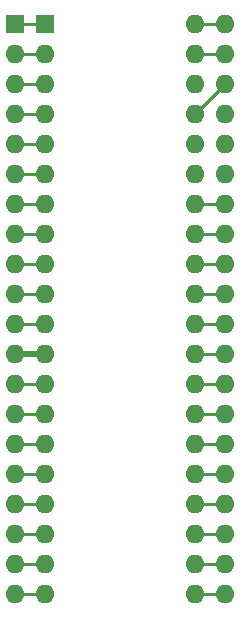
<source format=gbr>
%TF.GenerationSoftware,KiCad,Pcbnew,(6.0.1-0)*%
%TF.CreationDate,2022-02-15T12:12:09-07:00*%
%TF.ProjectId,TMS9118-9128,544d5339-3131-4382-9d39-3132382e6b69,rev?*%
%TF.SameCoordinates,Original*%
%TF.FileFunction,Copper,L1,Top*%
%TF.FilePolarity,Positive*%
%FSLAX46Y46*%
G04 Gerber Fmt 4.6, Leading zero omitted, Abs format (unit mm)*
G04 Created by KiCad (PCBNEW (6.0.1-0)) date 2022-02-15 12:12:09*
%MOMM*%
%LPD*%
G01*
G04 APERTURE LIST*
%TA.AperFunction,ComponentPad*%
%ADD10R,1.600000X1.600000*%
%TD*%
%TA.AperFunction,ComponentPad*%
%ADD11O,1.600000X1.600000*%
%TD*%
%TA.AperFunction,Conductor*%
%ADD12C,0.250000*%
%TD*%
%TA.AperFunction,Conductor*%
%ADD13C,0.500000*%
%TD*%
G04 APERTURE END LIST*
D10*
%TO.P,BOARD SIDE,1*%
%TO.N,N/C*%
X124460000Y-66040000D03*
D11*
%TO.P,BOARD SIDE,2*%
X124460000Y-68580000D03*
%TO.P,BOARD SIDE,3*%
X124460000Y-71120000D03*
%TO.P,BOARD SIDE,4*%
X124460000Y-73660000D03*
%TO.P,BOARD SIDE,5*%
X124460000Y-76200000D03*
%TO.P,BOARD SIDE,6*%
X124460000Y-78740000D03*
%TO.P,BOARD SIDE,7*%
X124460000Y-81280000D03*
%TO.P,BOARD SIDE,8*%
X124460000Y-83820000D03*
%TO.P,BOARD SIDE,9*%
X124460000Y-86360000D03*
%TO.P,BOARD SIDE,10*%
X124460000Y-88900000D03*
%TO.P,BOARD SIDE,11*%
X124460000Y-91440000D03*
%TO.P,BOARD SIDE,12*%
X124460000Y-93980000D03*
%TO.P,BOARD SIDE,13*%
X124460000Y-96520000D03*
%TO.P,BOARD SIDE,14*%
X124460000Y-99060000D03*
%TO.P,BOARD SIDE,15*%
X124460000Y-101600000D03*
%TO.P,BOARD SIDE,16*%
X124460000Y-104140000D03*
%TO.P,BOARD SIDE,17*%
X124460000Y-106680000D03*
%TO.P,BOARD SIDE,18*%
X124460000Y-109220000D03*
%TO.P,BOARD SIDE,19*%
X124460000Y-111760000D03*
%TO.P,BOARD SIDE,20*%
X124460000Y-114300000D03*
%TO.P,BOARD SIDE,21*%
X139700000Y-114300000D03*
%TO.P,BOARD SIDE,22*%
X139700000Y-111760000D03*
%TO.P,BOARD SIDE,23*%
X139700000Y-109220000D03*
%TO.P,BOARD SIDE,24*%
X139700000Y-106680000D03*
%TO.P,BOARD SIDE,25*%
X139700000Y-104140000D03*
%TO.P,BOARD SIDE,26*%
X139700000Y-101600000D03*
%TO.P,BOARD SIDE,27*%
X139700000Y-99060000D03*
%TO.P,BOARD SIDE,28*%
X139700000Y-96520000D03*
%TO.P,BOARD SIDE,29*%
X139700000Y-93980000D03*
%TO.P,BOARD SIDE,30*%
X139700000Y-91440000D03*
%TO.P,BOARD SIDE,31*%
X139700000Y-88900000D03*
%TO.P,BOARD SIDE,32*%
X139700000Y-86360000D03*
%TO.P,BOARD SIDE,33*%
X139700000Y-83820000D03*
%TO.P,BOARD SIDE,34*%
X139700000Y-81280000D03*
%TO.P,BOARD SIDE,35*%
X139700000Y-78740000D03*
%TO.P,BOARD SIDE,36*%
X139700000Y-76200000D03*
%TO.P,BOARD SIDE,37*%
X139700000Y-73660000D03*
%TO.P,BOARD SIDE,38*%
X139700000Y-71120000D03*
%TO.P,BOARD SIDE,39*%
X139700000Y-68580000D03*
%TO.P,BOARD SIDE,40*%
X139700000Y-66040000D03*
%TD*%
D10*
%TO.P,TMS9128,1*%
%TO.N,N/C*%
X121920000Y-66040000D03*
D11*
%TO.P,TMS9128,2*%
X121920000Y-68580000D03*
%TO.P,TMS9128,3*%
X121920000Y-71120000D03*
%TO.P,TMS9128,4*%
X121920000Y-73660000D03*
%TO.P,TMS9128,5*%
X121920000Y-76200000D03*
%TO.P,TMS9128,6*%
X121920000Y-78740000D03*
%TO.P,TMS9128,7*%
X121920000Y-81280000D03*
%TO.P,TMS9128,8*%
X121920000Y-83820000D03*
%TO.P,TMS9128,9*%
X121920000Y-86360000D03*
%TO.P,TMS9128,10*%
X121920000Y-88900000D03*
%TO.P,TMS9128,11*%
X121920000Y-91440000D03*
%TO.P,TMS9128,12*%
X121920000Y-93980000D03*
%TO.P,TMS9128,13*%
X121920000Y-96520000D03*
%TO.P,TMS9128,14*%
X121920000Y-99060000D03*
%TO.P,TMS9128,15*%
X121920000Y-101600000D03*
%TO.P,TMS9128,16*%
X121920000Y-104140000D03*
%TO.P,TMS9128,17*%
X121920000Y-106680000D03*
%TO.P,TMS9128,18*%
X121920000Y-109220000D03*
%TO.P,TMS9128,19*%
X121920000Y-111760000D03*
%TO.P,TMS9128,20*%
X121920000Y-114300000D03*
%TO.P,TMS9128,21*%
X137160000Y-114300000D03*
%TO.P,TMS9128,22*%
X137160000Y-111760000D03*
%TO.P,TMS9128,23*%
X137160000Y-109220000D03*
%TO.P,TMS9128,24*%
X137160000Y-106680000D03*
%TO.P,TMS9128,25*%
X137160000Y-104140000D03*
%TO.P,TMS9128,26*%
X137160000Y-101600000D03*
%TO.P,TMS9128,27*%
X137160000Y-99060000D03*
%TO.P,TMS9128,28*%
X137160000Y-96520000D03*
%TO.P,TMS9128,29*%
X137160000Y-93980000D03*
%TO.P,TMS9128,30*%
X137160000Y-91440000D03*
%TO.P,TMS9128,31*%
X137160000Y-88900000D03*
%TO.P,TMS9128,32*%
X137160000Y-86360000D03*
%TO.P,TMS9128,33*%
X137160000Y-83820000D03*
%TO.P,TMS9128,34*%
X137160000Y-81280000D03*
%TO.P,TMS9128,35*%
X137160000Y-78740000D03*
%TO.P,TMS9128,36*%
X137160000Y-76200000D03*
%TO.P,TMS9128,37*%
X137160000Y-73660000D03*
%TO.P,TMS9128,38*%
X137160000Y-71120000D03*
%TO.P,TMS9128,39*%
X137160000Y-68580000D03*
%TO.P,TMS9128,40*%
X137160000Y-66040000D03*
%TD*%
D12*
%TO.N,*%
X121920000Y-66040000D02*
X124460000Y-66040000D01*
X121920000Y-88900000D02*
X124460000Y-88900000D01*
X137160000Y-83820000D02*
X139700000Y-83820000D01*
X137160000Y-88900000D02*
X139700000Y-88900000D01*
X137160000Y-66040000D02*
X139700000Y-66040000D01*
X137160000Y-99060000D02*
X139700000Y-99060000D01*
X121920000Y-96520000D02*
X124460000Y-96520000D01*
X121920000Y-83820000D02*
X124460000Y-83820000D01*
X121920000Y-114300000D02*
X124460000Y-114300000D01*
X137160000Y-106680000D02*
X139700000Y-106680000D01*
X137160000Y-101600000D02*
X139700000Y-101600000D01*
X137160000Y-68580000D02*
X139700000Y-68580000D01*
X121920000Y-104140000D02*
X124460000Y-104140000D01*
X121920000Y-78740000D02*
X124460000Y-78740000D01*
X121920000Y-99060000D02*
X124460000Y-99060000D01*
X121920000Y-71120000D02*
X124460000Y-71120000D01*
X137160000Y-109220000D02*
X139700000Y-109220000D01*
X137160000Y-104140000D02*
X139700000Y-104140000D01*
X121920000Y-109220000D02*
X124460000Y-109220000D01*
X121920000Y-73660000D02*
X124460000Y-73660000D01*
X137160000Y-96520000D02*
X139700000Y-96520000D01*
X121920000Y-68580000D02*
X124460000Y-68580000D01*
X121920000Y-81280000D02*
X124460000Y-81280000D01*
X121920000Y-106680000D02*
X124460000Y-106680000D01*
X137160000Y-81280000D02*
X139700000Y-81280000D01*
X121920000Y-86360000D02*
X124460000Y-86360000D01*
D13*
X121920000Y-93980000D02*
X124460000Y-93980000D01*
D12*
X137160000Y-114300000D02*
X139700000Y-114300000D01*
X121920000Y-101600000D02*
X124460000Y-101600000D01*
X121920000Y-91440000D02*
X124460000Y-91440000D01*
X137160000Y-86360000D02*
X139700000Y-86360000D01*
X137160000Y-73660000D02*
X139700000Y-71120000D01*
X137160000Y-91440000D02*
X139700000Y-91440000D01*
X121920000Y-111760000D02*
X124460000Y-111760000D01*
X137160000Y-111760000D02*
X139700000Y-111760000D01*
X137160000Y-93980000D02*
X139700000Y-93980000D01*
X121920000Y-76200000D02*
X124460000Y-76200000D01*
%TD*%
M02*

</source>
